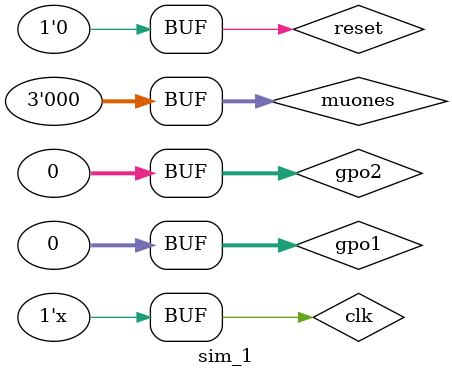
<source format=v>

`timescale 1ns / 100ps

module sim_1;

    reg clk, reset;
    reg [2:0] muones;
    reg [31:0] gpo1;
    reg [31:0] gpo2;
    wire int_mcs;
    wire [31:0] gpi1;
    
    logic_block_inst_0 up1 (
    .clk(clk),
    .gpi1(gpi1),
    .gpo1(gpo1),
    .gpo2(gpo2),
    .int_mcs(int_mcs),
    .muon_count(muones),
    .reset(reset)
    );
    
    always begin 
    #5; //CLOCK DE 100MHz (10ns de periodo)
    clk = ~clk;
    end
    
    initial begin 
    //RESET
    #150; //TIEMPO DE ESTABLECIMIENTO DE VARIABLES GLOBALES
    reset = 1;
    clk = 1;
    #20;
    reset = 0; 
    
    //VALORES INICIALES
    // 10ms de TM y raw_input en 0 todo
    gpo1 = 'h80000000;  //Enable del reg32 para enviar divisor al divisor de freq
    gpo2 = 'h000001F4;  //500 de TM y 1 bit de enable.
    muones = 'h0;    //raw_input en 0 todos
    #40;
    gpo1 = 32'b00000000000000000000000000000000;         //Enable off
    gpo2 = 'h0;         //0 en GPO
    #20;
   
    //PRUEBAS 
    muones = 'h001002;   //1er grado +
    #15;
    muones = 'h0;        //NADA
    #15;
    muones = 'h001001;   //90 grados
    #15;
    muones = 'h0;        //NADA
    #15;
    muones = 'h001001;   //90 grados
    #15;
    muones = 'h0;        //NADA
    #15;
    muones = 'h001001;   //90 grados
    #15;
    muones = 'h0;        //NADA
    #15;
    muones = 'h001001;   //90 grados
    #15;
    muones = 'h0;        //NADA
    #15;
    
    
    muones = 'h002001;   //1er grado-
    #15;
    muones = 'h0;        //NADA
    #15;
    muones = 'h002001;   //1er grado-
    #15;
    muones = 'h0;        //NADA
    #15;
    muones = 'h002001;   //1er grado-
    #15;
    muones = 'h0;        //NADA0
    #15;
    
    #4730;
    
    //LEYENDO GPI
    gpo1 = 'h1;  //Seleccionando canal 0 
    #20;
    //SE REVISA GPI (4)
    gpo1 = 32'b00000000000000000000000000000000;         //Enable off
    #10
    
    gpo1 = 'h2;  //Seleccionando canal 1
    #20;
    //SE REVISA GPI (0)
    gpo1 = 32'b00000000000000000000000000000000;         //Enable off
    #10;
    
    gpo1 = 'h3;  //Seleccionando canal 2
    #20;
    //SE REVISA GPI (4)
    gpo1 = 32'b00000000000000000000000000000000;         //Enable off
    #10;
    
    gpo1 = 'h4;  //Seleccionando canal 3
    #20;
    //SE REVISA GPI (0)
    gpo1 = 32'b00000000000000000000000000000000;         //Enable off
    #10;
    
    gpo1 = 'h5;  //Seleccionando canal 4
    #20;
    //SE REVISA GPI (0)
    gpo1 = 32'b00000000000000000000000000000000;         //Enable off
    #10;
    
    gpo1 = 'h18;  //Reseteamos registro
    #20;
    //SE REVISA GPI (0)
    gpo1 = 32'b00000000000000000000000000000000;         //Enable off
    #10;
    
    end 
    
endmodule

</source>
